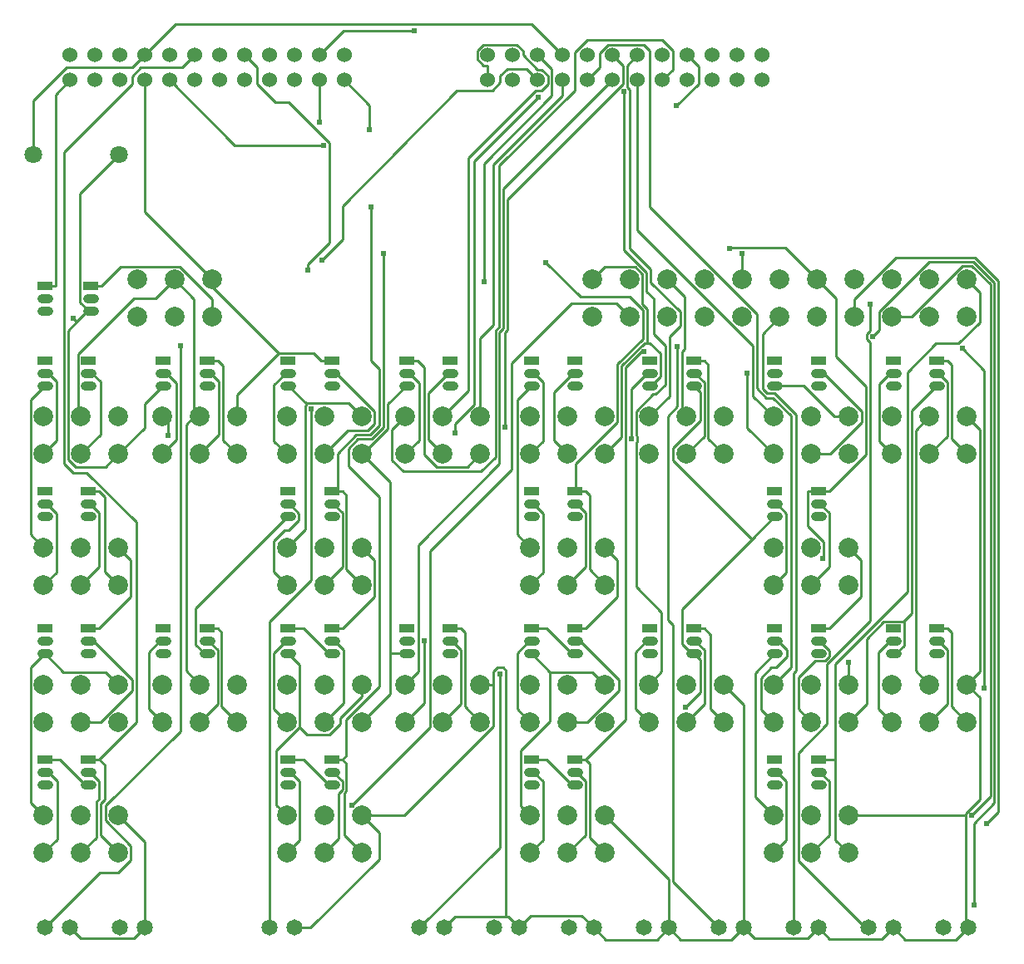
<source format=gbl>
G04 Layer: BottomLayer*
G04 EasyEDA v6.4.25, 2021-12-30T01:40:23+01:00*
G04 349a449686454aac8e9d9284578b31c7,bb3cfcbffc6840158e79d7648404357e,10*
G04 Gerber Generator version 0.2*
G04 Scale: 100 percent, Rotated: No, Reflected: No *
G04 Dimensions in millimeters *
G04 leading zeros omitted , absolute positions ,4 integer and 5 decimal *
%FSLAX45Y45*%
%MOMM*%

%ADD10C,0.2540*%
%ADD11C,0.6100*%
%ADD12C,1.6510*%
%ADD13C,1.8000*%
%ADD14C,1.5240*%
%ADD15R,1.6000X0.9000*%
%ADD16C,1.9990*%
%ADD17C,0.9000*%

%LPD*%
D10*
X4154931Y7310120D02*
G01*
X4366513Y7521447D01*
X4366513Y7855712D01*
X5527040Y9036050D01*
X5798820Y9036093D01*
X5888001Y9036093D01*
X5969000Y9124442D01*
X5969000Y9184894D01*
X6045454Y9260331D01*
X6233668Y9260331D01*
X6350000Y9144000D01*
X5384800Y5714992D02*
G01*
X5645937Y5976129D01*
X5645937Y8351436D01*
X6334175Y9039674D01*
X6393205Y9039674D01*
X6454317Y9100786D01*
X6454317Y9187197D01*
X6393205Y9248310D01*
X6348349Y9248310D01*
X6200317Y9396341D01*
X6200317Y9441197D01*
X6139205Y9502310D01*
X5798820Y9502310D01*
X5737682Y9441172D01*
X5737682Y9354812D01*
X5797410Y9291464D01*
X5842622Y9291464D01*
X5842000Y9271000D01*
X5842000Y9271000D01*
X5842000Y9271000D01*
X5842000Y9207500D01*
X5842000Y9144000D01*
X5842000Y9144000D01*
X5842000Y9143992D01*
X9131300Y1269992D02*
G01*
X9315627Y1454320D01*
X9315627Y2000750D01*
X9220885Y2095492D01*
X9207500Y2095492D01*
X8750300Y1269992D02*
G01*
X8879357Y1399049D01*
X8879357Y2000216D01*
X8784081Y2095492D01*
X8763000Y2095492D01*
X10337800Y2603492D02*
G01*
X10522127Y2787820D01*
X10522127Y3334250D01*
X10427385Y3428992D01*
X10414000Y3428992D01*
X9956800Y2603492D02*
G01*
X9821443Y2738848D01*
X9821443Y3315225D01*
X9935209Y3428992D01*
X9969500Y3428992D01*
X10414000Y3555992D02*
G01*
X10522127Y3555992D01*
X10718800Y2603492D02*
G01*
X10562996Y2759295D01*
X10562996Y3515123D01*
X10522127Y3555992D01*
X9131300Y2603492D02*
G01*
X9001836Y2732956D01*
X9001836Y3055891D01*
X9174810Y3228865D01*
X9272752Y3228865D01*
X9315602Y3271715D01*
X9315602Y3332269D01*
X9218879Y3428992D01*
X9207500Y3428992D01*
X9512300Y2984492D02*
G01*
X9512300Y3208342D01*
X8763000Y3301992D02*
G01*
X8565718Y3104710D01*
X8565718Y1835574D01*
X8750300Y1650992D01*
X8750300Y2603492D02*
G01*
X8621445Y2732346D01*
X8621445Y3054291D01*
X8730310Y3163155D01*
X8777782Y3163155D01*
X8886825Y3272198D01*
X8886825Y3340168D01*
X8798001Y3428992D01*
X8763000Y3428992D01*
X6731000Y2095492D02*
G01*
X6744385Y2095492D01*
X6839127Y2000750D01*
X6839127Y1454320D01*
X6654800Y1269992D01*
X6273800Y1269992D02*
G01*
X6402857Y1399049D01*
X6402857Y2000216D01*
X6307581Y2095492D01*
X6286500Y2095492D01*
X6731000Y1968492D02*
G01*
X6696176Y1968492D01*
X6442176Y2222492D01*
X6286500Y2222492D01*
X7861300Y2603492D02*
G01*
X8045627Y2787820D01*
X8045627Y3334250D01*
X7950885Y3428992D01*
X7937500Y3428992D01*
X7480300Y2603492D02*
G01*
X7344943Y2738848D01*
X7344943Y3315225D01*
X7458709Y3428992D01*
X7493000Y3428992D01*
X8242300Y2603492D02*
G01*
X8109026Y2736766D01*
X8109026Y3492593D01*
X8045627Y3555992D01*
X7937500Y3555992D02*
G01*
X8045627Y3555992D01*
X6654800Y2603492D02*
G01*
X6852970Y2603492D01*
X7173163Y2923684D01*
X7173163Y3036587D01*
X6780758Y3428992D01*
X6731000Y3428992D01*
X6475907Y3112584D02*
G01*
X6475907Y2612788D01*
X6175806Y2312687D01*
X6175806Y1748985D01*
X6273800Y1650992D01*
X7035800Y2984492D02*
G01*
X6907707Y3112584D01*
X6475907Y3112584D01*
X6475907Y3112584D02*
G01*
X6286500Y3301992D01*
X6273800Y2603492D02*
G01*
X6142304Y2734988D01*
X6142304Y3304887D01*
X6266408Y3428992D01*
X6286500Y3428992D01*
X6731000Y3301992D02*
G01*
X6696176Y3301992D01*
X6442176Y3555992D01*
X6286500Y3555992D01*
X4254500Y2095492D02*
G01*
X4267885Y2095492D01*
X4362627Y2000750D01*
X4362627Y1915279D01*
X4321784Y1874436D01*
X4321784Y1413476D01*
X4178300Y1269992D01*
X3797300Y1269992D02*
G01*
X3926357Y1399049D01*
X3926357Y2000216D01*
X3831081Y2095492D01*
X3810000Y2095492D01*
X4254500Y1968492D02*
G01*
X4219676Y1968492D01*
X3965676Y2222492D01*
X3810000Y2222492D01*
X5384800Y2603492D02*
G01*
X5569127Y2787820D01*
X5569127Y3334250D01*
X5474385Y3428992D01*
X5461000Y3428992D01*
X5003800Y2603492D02*
G01*
X5192877Y2792569D01*
X5192877Y3434072D01*
X5461000Y3555992D02*
G01*
X5569127Y3555992D01*
X5765800Y2603492D02*
G01*
X5609996Y2759295D01*
X5609996Y3515123D01*
X5569127Y3555992D01*
X4178300Y2603492D02*
G01*
X4373321Y2798513D01*
X4373321Y3336180D01*
X4280509Y3428992D01*
X4254500Y3428992D01*
X3926687Y2548780D02*
G01*
X4001922Y2473545D01*
X4229531Y2473545D01*
X4342206Y2586220D01*
X4342206Y2647840D01*
X4559300Y2864934D01*
X4559300Y2984492D01*
X3810000Y3301992D02*
G01*
X3926687Y3185304D01*
X3926687Y2548780D01*
X3926687Y2548780D02*
G01*
X3690391Y2312484D01*
X3690391Y1757900D01*
X3797300Y1650992D01*
X3797300Y2603492D02*
G01*
X3665804Y2734988D01*
X3665804Y3304887D01*
X3789908Y3428992D01*
X3810000Y3428992D01*
X4254500Y3301992D02*
G01*
X4219676Y3301992D01*
X3965676Y3555992D01*
X3810000Y3555992D01*
X1778000Y2095492D02*
G01*
X1791385Y2095492D01*
X1886127Y2000750D01*
X1886127Y1819495D01*
X1859178Y1792546D01*
X1859178Y1427370D01*
X1701800Y1269992D01*
X1320800Y1269992D02*
G01*
X1460982Y1410174D01*
X1460982Y2002680D01*
X1368170Y2095492D01*
X1333500Y2095492D01*
X1778000Y1968492D02*
G01*
X1743176Y1968492D01*
X1489176Y2222492D01*
X1333500Y2222492D01*
X2908300Y2603492D02*
G01*
X3092627Y2787820D01*
X3092627Y3334250D01*
X2997885Y3428992D01*
X2984500Y3428992D01*
X2527300Y2603492D02*
G01*
X2391943Y2738848D01*
X2391943Y3315225D01*
X2505709Y3428992D01*
X2540000Y3428992D01*
X2984500Y3555992D02*
G01*
X3092627Y3555992D01*
X3289300Y2603492D02*
G01*
X3133496Y2759295D01*
X3133496Y3515123D01*
X3092627Y3555992D01*
X1701800Y2603492D02*
G01*
X1899970Y2603492D01*
X2220163Y2923684D01*
X2220163Y3036587D01*
X1827758Y3428992D01*
X1778000Y3428992D01*
X1320800Y1650992D02*
G01*
X1188262Y1783529D01*
X1188262Y3156755D01*
X1333500Y3301992D01*
X2082800Y2984492D02*
G01*
X1954707Y3112584D01*
X1522907Y3112584D01*
X1333500Y3301992D01*
X9131300Y4000492D02*
G01*
X9315627Y4184820D01*
X9315627Y4731250D01*
X9220885Y4825992D01*
X9207500Y4825992D01*
X8750300Y4000492D02*
G01*
X8879357Y4129549D01*
X8879357Y4730716D01*
X8784081Y4825992D01*
X8763000Y4825992D01*
X10337800Y5333992D02*
G01*
X10522127Y5518320D01*
X10522127Y6064750D01*
X10427385Y6159492D01*
X10414000Y6159492D01*
X9956800Y5333992D02*
G01*
X9824847Y5465945D01*
X9824847Y6049129D01*
X9935209Y6159492D01*
X9969500Y6159492D01*
X10414000Y6286492D02*
G01*
X10522127Y6286492D01*
X10718800Y5333992D02*
G01*
X10562996Y5489795D01*
X10562996Y6245623D01*
X10522127Y6286492D01*
X9131300Y5333992D02*
G01*
X9329470Y5333992D01*
X9649663Y5654184D01*
X9649663Y5767087D01*
X9257258Y6159492D01*
X9207500Y6159492D01*
X9512300Y5714992D02*
G01*
X9371456Y5714992D01*
X9053956Y6032492D01*
X8763000Y6032492D01*
X8750300Y5333992D02*
G01*
X8482939Y5601352D01*
X8482939Y6159492D01*
X6654800Y4000492D02*
G01*
X6839127Y4184820D01*
X6839127Y4731250D01*
X6744385Y4825992D01*
X6731000Y4825992D01*
X6273800Y4000492D02*
G01*
X6402857Y4129549D01*
X6402857Y4730716D01*
X6307581Y4825992D01*
X6286500Y4825992D01*
X7861300Y5333992D02*
G01*
X8045627Y5518320D01*
X8045627Y6064750D01*
X7950885Y6159492D01*
X7937500Y6159492D01*
X7304404Y5486290D02*
G01*
X7304404Y5998811D01*
X7465085Y6159492D01*
X7493000Y6159492D01*
X7937500Y6286492D02*
G01*
X8045627Y6286492D01*
X8242300Y5333992D02*
G01*
X8086496Y5489795D01*
X8086496Y6245623D01*
X8045627Y6286492D01*
X6654800Y5333992D02*
G01*
X6513677Y5475114D01*
X6513677Y5963251D01*
X6709918Y6159492D01*
X6731000Y6159492D01*
X6273800Y4381492D02*
G01*
X6141262Y4514029D01*
X6141262Y5887255D01*
X6286500Y6032492D01*
X6273800Y5333992D02*
G01*
X6403111Y5463303D01*
X6403111Y6068001D01*
X6311620Y6159492D01*
X6286500Y6159492D01*
X4178300Y4000492D02*
G01*
X4362627Y4184820D01*
X4362627Y4731250D01*
X4267885Y4825992D01*
X4254500Y4825992D01*
X3797300Y4000492D02*
G01*
X3666134Y4131657D01*
X3666134Y4450783D01*
X3775506Y4560155D01*
X3818305Y4560155D01*
X3918889Y4660739D01*
X3918889Y4728557D01*
X3821455Y4825992D01*
X3810000Y4825992D01*
X5384800Y5333992D02*
G01*
X5238750Y5480042D01*
X5238750Y5958324D01*
X5439918Y6159492D01*
X5461000Y6159492D01*
X5016500Y6159492D02*
G01*
X5039664Y6159492D01*
X5141442Y6057714D01*
X5141442Y5471634D01*
X5003800Y5333992D01*
X5124627Y6286492D02*
G01*
X5197856Y6213264D01*
X5197856Y5323908D01*
X5320207Y5201556D01*
X5633364Y5201556D01*
X5765800Y5333992D01*
X5016500Y6286492D02*
G01*
X5124627Y6286492D01*
X4178300Y5333992D02*
G01*
X4418202Y5573895D01*
X4623968Y5573895D01*
X4690999Y5640925D01*
X4690999Y5770846D01*
X4302353Y6159492D01*
X4254500Y6159492D01*
X4559300Y5714992D02*
G01*
X4424578Y5849713D01*
X4006037Y5849713D01*
X3999407Y5843084D01*
X3810000Y6032492D02*
G01*
X3999407Y5843084D01*
X3999407Y5843084D02*
G01*
X3982440Y5826117D01*
X3982440Y4566632D01*
X3797300Y4381492D01*
X3797300Y5333992D02*
G01*
X3665804Y5465488D01*
X3665804Y6035387D01*
X3789908Y6159492D01*
X3810000Y6159492D01*
X1701800Y4000492D02*
G01*
X1886127Y4184820D01*
X1886127Y4731250D01*
X1791385Y4825992D01*
X1778000Y4825992D01*
X1320800Y4000492D02*
G01*
X1449857Y4129549D01*
X1449857Y4730716D01*
X1354581Y4825992D01*
X1333500Y4825992D01*
X2908300Y5333992D02*
G01*
X3106902Y5532594D01*
X3106902Y6071379D01*
X3018790Y6159492D01*
X2984500Y6159492D01*
X2527300Y5333992D02*
G01*
X2669844Y5476537D01*
X2669844Y6060076D01*
X2570429Y6159492D01*
X2540000Y6159492D01*
X3092627Y6286492D02*
G01*
X3147796Y6231323D01*
X3147796Y5475495D01*
X3289300Y5333992D01*
X2984500Y6286492D02*
G01*
X3092627Y6286492D01*
X1701800Y5333992D02*
G01*
X1898878Y5531070D01*
X1898878Y6072167D01*
X1811553Y6159492D01*
X1778000Y6159492D01*
X1320800Y4381492D02*
G01*
X1188262Y4514029D01*
X1188262Y5887255D01*
X1333500Y6032492D01*
X1320800Y5333992D02*
G01*
X1457223Y5470415D01*
X1457223Y6068915D01*
X1366646Y6159492D01*
X1333500Y6159492D01*
X1802892Y7047984D02*
G01*
X1911019Y7047984D01*
X1911019Y7047984D02*
G01*
X2107336Y7244300D01*
X2703144Y7244300D01*
X3035300Y6912145D01*
X3035300Y6730992D01*
X1333500Y7048492D02*
G01*
X1441627Y7048492D01*
X1441627Y7048492D02*
G01*
X1441627Y8998120D01*
X1587500Y9143992D01*
X9207500Y2222492D02*
G01*
X9315627Y2222492D01*
X9315627Y2222492D02*
G01*
X9382074Y2222492D01*
X9512300Y1269992D02*
G01*
X9382074Y1400218D01*
X9382074Y2222492D01*
X4169181Y8479045D02*
G01*
X3268446Y8479045D01*
X2603500Y9143992D01*
X10718800Y7111992D02*
G01*
X10848695Y6982096D01*
X10848695Y6672191D01*
X10635335Y6458831D01*
X10405795Y6458831D01*
X10113187Y6166223D01*
X10113187Y3927137D01*
X9382074Y3196023D01*
X9382074Y2222492D01*
X6731000Y2222492D02*
G01*
X6839127Y2222492D01*
X6839127Y2222492D02*
G01*
X6882511Y2179109D01*
X6882511Y1423281D01*
X7035800Y1269992D01*
X7434199Y6378110D02*
G01*
X7405293Y6378110D01*
X7245781Y6218598D01*
X7245781Y2629146D01*
X6839127Y2222492D01*
X4254500Y2222492D02*
G01*
X4362627Y2222492D01*
X4362627Y2222492D02*
G01*
X4403496Y2181623D01*
X4403496Y1898337D01*
X4383049Y1877890D01*
X4383049Y1446242D01*
X4559300Y1269992D01*
X4362627Y2222492D02*
G01*
X4403470Y2263335D01*
X4403470Y2630492D01*
X4737557Y2964578D01*
X4737557Y4892337D01*
X4423968Y5205925D01*
X4423968Y5390253D01*
X4521911Y5488195D01*
X4663211Y5488195D01*
X4783302Y5608286D01*
X4783302Y7380470D01*
X1778000Y2222492D02*
G01*
X1886127Y2222492D01*
X2082800Y1269992D02*
G01*
X1900046Y1452745D01*
X1900046Y1775604D01*
X1940915Y1816473D01*
X1940915Y2167704D01*
X1886127Y2222492D01*
X1886127Y2222492D02*
G01*
X2262657Y2599021D01*
X2262657Y4638413D01*
X1762226Y5138844D01*
X1623009Y5138844D01*
X1527555Y5234297D01*
X1527555Y8411837D01*
X2222500Y9106781D01*
X2222500Y9183692D01*
X2309799Y9270992D01*
X2730500Y9270992D01*
X2857500Y9397992D01*
X9207500Y4952992D02*
G01*
X9315627Y4952992D01*
X9099372Y4952992D02*
G01*
X9099372Y4599348D01*
X9259900Y4438820D01*
X9259900Y4278774D01*
X9254134Y4273008D01*
X9207500Y4952992D02*
G01*
X9099372Y4952992D01*
X9194800Y7111992D02*
G01*
X9385300Y6921492D01*
X9385300Y6328910D01*
X9693706Y6020503D01*
X9693706Y5331071D01*
X9315627Y4952992D01*
X9194800Y7111992D02*
G01*
X8867698Y7439093D01*
X8321675Y7439093D01*
X8306587Y7424005D01*
X7035800Y4000492D02*
G01*
X6879996Y4156295D01*
X6879996Y4912123D01*
X6839127Y4952992D01*
X6731000Y4952992D02*
G01*
X6739763Y4952992D01*
X6739763Y4952992D02*
G01*
X6839127Y4952992D01*
X6436106Y7284940D02*
G01*
X6788658Y6932388D01*
X7286370Y6932388D01*
X7418374Y6800385D01*
X7418374Y6506811D01*
X7163866Y6252303D01*
X7163866Y5661957D01*
X6739763Y5237853D01*
X6739763Y4952992D01*
X8432800Y7111992D02*
G01*
X8432800Y7380444D01*
X4559300Y4000492D02*
G01*
X4403496Y4156295D01*
X4403496Y4912123D01*
X4362627Y4952992D01*
X4254500Y4952992D02*
G01*
X4313224Y4952992D01*
X4313224Y4952992D02*
G01*
X4362627Y4952992D01*
X4313224Y4952992D02*
G01*
X4313224Y5337345D01*
X4504943Y5529064D01*
X4646269Y5529064D01*
X4742434Y5625228D01*
X4742434Y6197439D01*
X4656963Y6282910D01*
X4656963Y7852529D01*
X1778000Y4952992D02*
G01*
X1886127Y4952992D01*
X1886127Y4952992D02*
G01*
X1946478Y4892641D01*
X1946478Y4136814D01*
X2082800Y4000492D01*
X3365500Y9397992D02*
G01*
X3492500Y9270992D01*
X3492500Y9106400D01*
X3677056Y8921843D01*
X3813429Y8921843D01*
X4229430Y8505842D01*
X4229430Y7489360D01*
X4007840Y7267770D01*
X4007840Y7209960D01*
X2854502Y5714992D02*
G01*
X2908300Y5714992D01*
X2854502Y5714992D02*
G01*
X2854502Y6911789D01*
X2654300Y7111992D01*
X1701800Y5714992D02*
G01*
X1669846Y5746945D01*
X1669846Y6351541D01*
X2239797Y6921492D01*
X2463800Y6921492D01*
X2654300Y7111992D01*
X10337800Y2984492D02*
G01*
X10199877Y3122414D01*
X10199877Y5577070D01*
X10337800Y5714992D01*
X2908300Y2984492D02*
G01*
X2770377Y3122414D01*
X2770377Y5630867D01*
X2854502Y5714992D01*
X7861300Y5714992D02*
G01*
X7820990Y5755302D01*
X7820990Y6375773D01*
X7848091Y6402875D01*
X7848091Y6934700D01*
X7670800Y7111992D01*
X5803823Y7088471D02*
G01*
X5803823Y8294870D01*
X6495186Y8986232D01*
X6495186Y9252805D01*
X6350000Y9397992D01*
X6858000Y9143992D02*
G01*
X6985000Y9270992D01*
X6985000Y9419277D01*
X7069734Y9504011D01*
X7429982Y9504011D01*
X7493000Y9440994D01*
X7493000Y7851945D01*
X8582456Y6762488D01*
X8582456Y6001428D01*
X8678722Y5905162D01*
X8745118Y5905162D01*
X8927718Y5722561D01*
X8927718Y3161911D01*
X8750300Y2984492D01*
X7480300Y2984492D02*
G01*
X7611084Y3115276D01*
X7611084Y3719873D01*
X7350734Y3980223D01*
X7350734Y5449689D01*
X7363028Y5461982D01*
X7363028Y5510598D01*
X7350734Y5522892D01*
X7350734Y5770516D01*
X7526096Y5945878D01*
X7551826Y5945878D01*
X7649083Y6043134D01*
X7649083Y6437215D01*
X7533436Y6552862D01*
X7533436Y6916793D01*
X7458735Y6991494D01*
X7458735Y7181943D01*
X7226503Y7414176D01*
X7226477Y7414176D01*
X7226477Y9023316D01*
X7225918Y9023875D01*
X5003800Y2984492D02*
G01*
X5134254Y3114946D01*
X5134254Y4408162D01*
X5961710Y5235618D01*
X5961710Y6574858D01*
X6002578Y6615727D01*
X6002578Y8034571D01*
X7112000Y9143992D01*
X7112000Y9397992D02*
G01*
X7219137Y9290855D01*
X7219137Y9099999D01*
X6043447Y7924309D01*
X6043447Y6598785D01*
X6020358Y6575696D01*
X6020358Y5609175D01*
X7366000Y9143992D02*
G01*
X7366000Y7616664D01*
X8541588Y6441076D01*
X8541588Y5923704D01*
X8750300Y5714992D01*
X7480300Y5714992D02*
G01*
X7689977Y5924669D01*
X7689977Y6533202D01*
X7800568Y6643794D01*
X7800568Y6782376D01*
X7499604Y7083341D01*
X7499604Y7215776D01*
X7284542Y7430838D01*
X7284542Y9048183D01*
X7260031Y9072694D01*
X7260031Y9292023D01*
X7366000Y9397992D01*
X5003800Y5714992D02*
G01*
X4867986Y5579178D01*
X4867986Y5271838D01*
X4982108Y5157716D01*
X5773165Y5157716D01*
X5920841Y5305391D01*
X5920841Y6591800D01*
X5961684Y6632643D01*
X5961684Y8270333D01*
X6731000Y9039649D01*
X6731000Y9424052D01*
X6859346Y9552398D01*
X7617866Y9552398D01*
X7727238Y9443026D01*
X7727238Y9251231D01*
X7620000Y9143992D01*
X2527300Y5714992D02*
G01*
X2590215Y5652076D01*
X2590215Y5523755D01*
X5510174Y5551009D02*
G01*
X5510174Y5640494D01*
X5707227Y5837547D01*
X5707227Y8317527D01*
X6354927Y8965227D01*
X7874000Y9397992D02*
G01*
X7988934Y9283057D01*
X7988934Y9108203D01*
X7764221Y8883489D01*
X4127500Y9143992D02*
G01*
X4127500Y8710744D01*
X4127500Y9397992D02*
G01*
X4377613Y9648106D01*
X5094782Y9648106D01*
X4381500Y9143992D02*
G01*
X4640579Y8884912D01*
X4640579Y8635865D01*
X10070211Y3629144D02*
G01*
X10154056Y3712989D01*
X10154056Y5772548D01*
X10414000Y6032492D01*
X9512300Y2603492D02*
G01*
X9695992Y2787185D01*
X9695992Y3452106D01*
X9873030Y3629144D01*
X10070211Y3629144D01*
X10070211Y3629144D02*
G01*
X10077653Y3621702D01*
X10077653Y3382764D01*
X9996881Y3301992D01*
X9969500Y3301992D01*
X4848174Y3301992D02*
G01*
X5016500Y3301992D01*
X4559300Y2603492D02*
G01*
X4848174Y2892366D01*
X4848174Y3301992D01*
X4848174Y3301992D02*
G01*
X4848174Y5045118D01*
X4559300Y5333992D01*
X2984500Y3301992D02*
G01*
X2959125Y3301992D01*
X2868802Y3392314D01*
X2868802Y3757795D01*
X3810000Y4698992D01*
X8528634Y4464626D02*
G01*
X7724470Y5268790D01*
X7724470Y5396984D01*
X8004733Y5677247D01*
X8004733Y5965258D01*
X7937500Y6032492D01*
X7937500Y3301992D02*
G01*
X7912150Y3301992D01*
X7819542Y3394600D01*
X7819542Y3755534D01*
X8528634Y4464626D01*
X8528634Y4464626D02*
G01*
X8763000Y4698992D01*
X7937500Y3301992D02*
G01*
X8004733Y3234758D01*
X8004733Y2903644D01*
X7852232Y2751142D01*
X2540000Y6032492D02*
G01*
X2350592Y5843084D01*
X2350592Y5601784D01*
X2082800Y5333992D01*
X4559300Y5333992D02*
G01*
X4566818Y5333992D01*
X4827092Y5594266D01*
X4827092Y5843084D01*
X5016500Y6032492D01*
X6908800Y7111992D02*
G01*
X7036866Y7240059D01*
X7342835Y7240059D01*
X7417866Y7165027D01*
X7417866Y6858703D01*
X7464221Y6812348D01*
X7464221Y6466552D01*
X7493000Y6032492D02*
G01*
X7506411Y6032492D01*
X7601153Y6127234D01*
X7601153Y6359136D01*
X7493736Y6466552D01*
X7464221Y6466552D01*
X7464221Y6466552D02*
G01*
X7435926Y6466552D01*
X7204735Y6235362D01*
X7204735Y5502927D01*
X7035800Y5333992D01*
X2082800Y5333992D02*
G01*
X1952828Y5204020D01*
X1644878Y5204020D01*
X1568450Y5280449D01*
X1568450Y6591724D01*
X1660880Y6684154D01*
X1660880Y6684154D02*
G01*
X1624939Y6720095D01*
X1775840Y6799115D02*
G01*
X1660880Y6684154D01*
X1802892Y6793984D02*
G01*
X1780971Y6793984D01*
X1775840Y6799115D01*
X1775840Y6799115D02*
G01*
X1694281Y6880674D01*
X1694281Y7990273D01*
X2086000Y8381992D01*
X2349500Y9397992D02*
G01*
X2222500Y9270992D01*
X1554581Y9270992D01*
X1215999Y8932410D01*
X1215999Y8381992D01*
X6604000Y9397992D02*
G01*
X6288100Y9713892D01*
X2665399Y9713892D01*
X2349500Y9397992D01*
X5962268Y3095134D02*
G01*
X5962268Y1326761D01*
X5143500Y507992D01*
X10671454Y6412069D02*
G01*
X10897361Y6186162D01*
X10897361Y2951802D01*
X10764240Y1649671D02*
G01*
X10958677Y1844108D01*
X10958677Y7060354D01*
X10770260Y7248771D01*
X10674426Y7248771D01*
X10156647Y6730992D01*
X9956800Y6730992D01*
X10917809Y1567858D02*
G01*
X11040414Y1690463D01*
X11040414Y7094237D01*
X10804143Y7330508D01*
X9994188Y7330508D01*
X9575800Y6912119D01*
X9575800Y6730992D01*
X8191500Y507992D02*
G01*
X7724520Y974971D01*
X7724520Y3589748D01*
X7672349Y3641920D01*
X7672349Y5718522D01*
X7771739Y5817913D01*
X7771739Y6427563D01*
X8813800Y6730992D02*
G01*
X8641410Y6558602D01*
X8641410Y6000285D01*
X8686469Y5955225D01*
X8763025Y5955225D01*
X8981414Y5736836D01*
X8981414Y3128891D01*
X8953500Y3100976D01*
X8953500Y507992D01*
X9734575Y6863935D02*
G01*
X9734575Y6588752D01*
X9698532Y6552709D01*
X9698532Y6503738D01*
X9734575Y6467695D01*
X9734575Y3632878D01*
X9295206Y3193508D01*
X9295206Y2581419D01*
X9002115Y2288329D01*
X9002115Y1190642D01*
X9684765Y507992D01*
X9715500Y507992D01*
X10794314Y736871D02*
G01*
X10794314Y1572531D01*
X10999546Y1777763D01*
X10999546Y7077295D01*
X10787202Y7289639D01*
X10334320Y7289639D01*
X9827437Y6782757D01*
X9827437Y6598709D01*
X9757156Y6528427D01*
X1333500Y507992D02*
G01*
X1897303Y1071796D01*
X2083993Y1071796D01*
X2210892Y1198694D01*
X2210892Y1341747D01*
X1953844Y1598795D01*
X1953844Y1751119D01*
X2711754Y2509029D01*
X2711754Y6437800D01*
X4042994Y5791090D02*
G01*
X4042994Y4053375D01*
X3619500Y3629880D01*
X3619500Y507992D01*
X7035800Y1650992D02*
G01*
X7683500Y1003292D01*
X7683500Y507992D01*
X8242300Y2984492D02*
G01*
X8445500Y2781292D01*
X8445500Y507992D01*
X2082800Y1650992D02*
G01*
X2349500Y1384292D01*
X2349500Y507992D01*
X9512300Y4381492D02*
G01*
X9640544Y4253247D01*
X9640544Y3880909D01*
X9315627Y3555992D01*
X9207500Y3555992D02*
G01*
X9315627Y3555992D01*
X7035800Y4381492D02*
G01*
X7164044Y4253247D01*
X7164044Y3880909D01*
X6839127Y3555992D01*
X6731000Y3555992D02*
G01*
X6839127Y3555992D01*
X4559300Y4381492D02*
G01*
X4687544Y4253247D01*
X4687544Y3880909D01*
X4362627Y3555992D01*
X4254500Y3555992D02*
G01*
X4362627Y3555992D01*
X2082800Y4381492D02*
G01*
X2211044Y4253247D01*
X2211044Y3880909D01*
X1886127Y3555992D01*
X1778000Y3555992D02*
G01*
X1886127Y3555992D01*
X4254500Y6286492D02*
G01*
X4146372Y6286492D01*
X3035300Y7111992D02*
G01*
X3035300Y7038129D01*
X3713810Y6359618D01*
X3289300Y5714992D02*
G01*
X3289300Y5935108D01*
X3713810Y6359618D01*
X3713810Y6359618D02*
G01*
X4073245Y6359618D01*
X4146372Y6286492D01*
X2349500Y9143992D02*
G01*
X2349500Y7797792D01*
X3035300Y7111992D01*
X5900597Y2984492D02*
G01*
X5900597Y2555384D01*
X4996205Y1650992D01*
X4559300Y1650992D01*
X5900597Y2984492D02*
G01*
X5765800Y2984492D01*
X7683500Y507992D02*
G01*
X7806385Y385107D01*
X8322614Y385107D01*
X8445500Y507992D01*
X7683500Y507992D02*
G01*
X7562392Y386885D01*
X7042607Y386885D01*
X6921500Y507992D01*
X6921500Y507992D02*
G01*
X6798970Y630521D01*
X6282029Y630521D01*
X6159500Y507992D01*
X9207500Y507992D02*
G01*
X9096806Y397299D01*
X8556193Y397299D01*
X8445500Y507992D01*
X1587500Y507992D02*
G01*
X1698193Y397299D01*
X2238806Y397299D01*
X2349500Y507992D01*
X3873500Y507992D02*
G01*
X4037965Y507992D01*
X4734890Y1204917D01*
X4734890Y1475402D01*
X4559300Y1650992D01*
X10731500Y507992D02*
G01*
X10607954Y384446D01*
X10093045Y384446D01*
X9969500Y507992D01*
X9969500Y507992D02*
G01*
X9856139Y394632D01*
X9320860Y394632D01*
X9207500Y507992D01*
X5765800Y5714992D02*
G01*
X5765800Y6514965D01*
X5900420Y6649585D01*
X5900420Y8279808D01*
X6604000Y8983388D01*
X6604000Y9143992D01*
X5900597Y2984492D02*
G01*
X5900597Y3116343D01*
X5940933Y3156678D01*
X5998692Y3156678D01*
X6027597Y3127773D01*
X6027597Y619396D01*
X5397500Y507992D02*
G01*
X5508904Y619396D01*
X6027597Y619396D01*
X6027597Y619396D02*
G01*
X6048095Y619396D01*
X6159500Y507992D01*
X9512300Y1650992D02*
G01*
X10705617Y1650992D01*
X10718800Y2984492D02*
G01*
X10848898Y2854393D01*
X10848898Y1817235D01*
X10705617Y1673953D01*
X10705617Y1650992D01*
X10705617Y1650992D02*
G01*
X10705617Y533874D01*
X10731500Y507992D01*
X10718800Y5714992D02*
G01*
X10848847Y5584944D01*
X10848847Y3114540D01*
X10718800Y2984492D01*
X4459274Y1757697D02*
G01*
X5251500Y2549923D01*
X5251500Y4347786D01*
X6082436Y5178722D01*
X6082436Y6256240D01*
X6695135Y6868939D01*
X7151852Y6868939D01*
X7289800Y6730992D01*
D12*
G01*
X2095500Y508000D03*
G01*
X2349500Y508000D03*
G01*
X3619500Y508000D03*
G01*
X3873500Y508000D03*
G01*
X1333500Y508000D03*
G01*
X1587500Y508000D03*
G01*
X10477500Y508000D03*
G01*
X10731500Y508000D03*
G01*
X9715500Y508000D03*
G01*
X9969500Y508000D03*
G01*
X8953500Y508000D03*
G01*
X9207500Y508000D03*
G01*
X8191500Y508000D03*
G01*
X8445500Y508000D03*
G01*
X7429500Y508000D03*
G01*
X7683500Y508000D03*
G01*
X6667500Y508000D03*
G01*
X6921500Y508000D03*
G01*
X5905500Y508000D03*
G01*
X6159500Y508000D03*
G01*
X5143500Y508000D03*
G01*
X5397500Y508000D03*
D13*
G01*
X1215999Y8382000D03*
G01*
X2086000Y8382000D03*
D14*
G01*
X8636000Y9398000D03*
G01*
X8636000Y9144000D03*
G01*
X8382000Y9398000D03*
G01*
X8382000Y9144000D03*
G01*
X8128000Y9398000D03*
G01*
X8128000Y9144000D03*
G01*
X7874000Y9398000D03*
G01*
X7874000Y9144000D03*
G01*
X7620000Y9398000D03*
G01*
X7620000Y9144000D03*
G01*
X7366000Y9398000D03*
G01*
X7366000Y9144000D03*
G01*
X7112000Y9398000D03*
G01*
X7112000Y9144000D03*
G01*
X6858000Y9398000D03*
G01*
X6858000Y9144000D03*
G01*
X6604000Y9398000D03*
G01*
X6604000Y9144000D03*
G01*
X6350000Y9398000D03*
G01*
X6350000Y9144000D03*
G01*
X6096000Y9398000D03*
G01*
X6096000Y9144000D03*
G01*
X5842000Y9398000D03*
G01*
X5842000Y9144000D03*
G01*
X4381500Y9398000D03*
G01*
X4381500Y9144000D03*
G01*
X4127500Y9398000D03*
G01*
X4127500Y9144000D03*
G01*
X3873500Y9398000D03*
G01*
X3873500Y9144000D03*
G01*
X3619500Y9398000D03*
G01*
X3619500Y9144000D03*
G01*
X3365500Y9398000D03*
G01*
X3365500Y9144000D03*
G01*
X3111500Y9398000D03*
G01*
X3111500Y9144000D03*
G01*
X2857500Y9398000D03*
G01*
X2857500Y9144000D03*
G01*
X2603500Y9398000D03*
G01*
X2603500Y9144000D03*
G01*
X2349500Y9398000D03*
G01*
X2349500Y9144000D03*
G01*
X2095500Y9398000D03*
G01*
X2095500Y9144000D03*
G01*
X1841500Y9398000D03*
G01*
X1841500Y9144000D03*
G01*
X1587500Y9398000D03*
G01*
X1587500Y9144000D03*
D15*
G01*
X1333500Y7048500D03*
G01*
X1802892Y7047992D03*
G01*
X1333500Y6286500D03*
G01*
X1778000Y6286500D03*
G01*
X2540000Y6286500D03*
G01*
X2984500Y6286500D03*
G01*
X1333500Y4953000D03*
G01*
X1778000Y4953000D03*
G01*
X3810000Y6286500D03*
G01*
X4254500Y6286500D03*
G01*
X5016500Y6286500D03*
G01*
X5461000Y6286500D03*
G01*
X3810000Y4953000D03*
G01*
X4254500Y4953000D03*
G01*
X6286500Y6286500D03*
G01*
X6731000Y6286500D03*
G01*
X7493000Y6286500D03*
G01*
X7937500Y6286500D03*
G01*
X6286500Y4953000D03*
G01*
X6731000Y4953000D03*
G01*
X8763000Y6286500D03*
G01*
X9207500Y6286500D03*
G01*
X9969500Y6286500D03*
G01*
X10414000Y6286500D03*
G01*
X8763000Y4953000D03*
G01*
X9207500Y4953000D03*
G01*
X1333500Y3556000D03*
G01*
X1778000Y3556000D03*
G01*
X2540000Y3556000D03*
G01*
X2984500Y3556000D03*
G01*
X1333500Y2222500D03*
G01*
X1778000Y2222500D03*
G01*
X3810000Y3556000D03*
G01*
X4254500Y3556000D03*
G01*
X5016500Y3556000D03*
G01*
X5461000Y3556000D03*
G01*
X3810000Y2222500D03*
G01*
X4254500Y2222500D03*
G01*
X6286500Y3556000D03*
G01*
X6731000Y3556000D03*
G01*
X7493000Y3556000D03*
G01*
X7937500Y3556000D03*
G01*
X6286500Y2222500D03*
G01*
X6731000Y2222500D03*
G01*
X8763000Y3556000D03*
G01*
X9207500Y3556000D03*
G01*
X9969500Y3556000D03*
G01*
X10414000Y3556000D03*
G01*
X8763000Y2222500D03*
G01*
X9207500Y2222500D03*
D16*
G01*
X6908800Y7112000D03*
G01*
X6908800Y6731000D03*
G01*
X7289800Y7112000D03*
G01*
X7289800Y6731000D03*
G01*
X7670800Y7112000D03*
G01*
X7670800Y6731000D03*
G01*
X8051800Y7112000D03*
G01*
X8051800Y6731000D03*
G01*
X8432800Y7112000D03*
G01*
X8432800Y6731000D03*
G01*
X8813800Y7112000D03*
G01*
X8813800Y6731000D03*
G01*
X9194800Y7112000D03*
G01*
X9194800Y6731000D03*
G01*
X9575800Y7112000D03*
G01*
X9575800Y6731000D03*
G01*
X9956800Y7112000D03*
G01*
X9956800Y6731000D03*
G01*
X10337800Y7112000D03*
G01*
X10337800Y6731000D03*
G01*
X10718800Y7112000D03*
G01*
X10718800Y6731000D03*
G01*
X2273300Y7112000D03*
G01*
X2273300Y6731000D03*
G01*
X2654300Y7112000D03*
G01*
X2654300Y6731000D03*
G01*
X3035300Y7112000D03*
G01*
X3035300Y6731000D03*
G01*
X1320800Y5715000D03*
G01*
X1320800Y5334000D03*
G01*
X1701800Y5715000D03*
G01*
X1701800Y5334000D03*
G01*
X2082800Y5715000D03*
G01*
X2082800Y5334000D03*
G01*
X2527300Y5715000D03*
G01*
X2527300Y5334000D03*
G01*
X2908300Y5715000D03*
G01*
X2908300Y5334000D03*
G01*
X3289300Y5715000D03*
G01*
X3289300Y5334000D03*
G01*
X1320800Y4381500D03*
G01*
X1320800Y4000500D03*
G01*
X1701800Y4381500D03*
G01*
X1701800Y4000500D03*
G01*
X2082800Y4381500D03*
G01*
X2082800Y4000500D03*
G01*
X3797300Y5715000D03*
G01*
X3797300Y5334000D03*
G01*
X4178300Y5715000D03*
G01*
X4178300Y5334000D03*
G01*
X4559300Y5715000D03*
G01*
X4559300Y5334000D03*
G01*
X5003800Y5715000D03*
G01*
X5003800Y5334000D03*
G01*
X5384800Y5715000D03*
G01*
X5384800Y5334000D03*
G01*
X5765800Y5715000D03*
G01*
X5765800Y5334000D03*
G01*
X3797300Y4381500D03*
G01*
X3797300Y4000500D03*
G01*
X4178300Y4381500D03*
G01*
X4178300Y4000500D03*
G01*
X4559300Y4381500D03*
G01*
X4559300Y4000500D03*
G01*
X6273800Y5715000D03*
G01*
X6273800Y5334000D03*
G01*
X6654800Y5715000D03*
G01*
X6654800Y5334000D03*
G01*
X7035800Y5715000D03*
G01*
X7035800Y5334000D03*
G01*
X7480300Y5715000D03*
G01*
X7480300Y5334000D03*
G01*
X7861300Y5715000D03*
G01*
X7861300Y5334000D03*
G01*
X8242300Y5715000D03*
G01*
X8242300Y5334000D03*
G01*
X6273800Y4381500D03*
G01*
X6273800Y4000500D03*
G01*
X6654800Y4381500D03*
G01*
X6654800Y4000500D03*
G01*
X7035800Y4381500D03*
G01*
X7035800Y4000500D03*
G01*
X8750300Y5715000D03*
G01*
X8750300Y5334000D03*
G01*
X9131300Y5715000D03*
G01*
X9131300Y5334000D03*
G01*
X9512300Y5715000D03*
G01*
X9512300Y5334000D03*
G01*
X9956800Y5715000D03*
G01*
X9956800Y5334000D03*
G01*
X10337800Y5715000D03*
G01*
X10337800Y5334000D03*
G01*
X10718800Y5715000D03*
G01*
X10718800Y5334000D03*
G01*
X8750300Y4381500D03*
G01*
X8750300Y4000500D03*
G01*
X9131300Y4381500D03*
G01*
X9131300Y4000500D03*
G01*
X9512300Y4381500D03*
G01*
X9512300Y4000500D03*
G01*
X1320800Y2984500D03*
G01*
X1320800Y2603500D03*
G01*
X1701800Y2984500D03*
G01*
X1701800Y2603500D03*
G01*
X2082800Y2984500D03*
G01*
X2082800Y2603500D03*
G01*
X2527300Y2984500D03*
G01*
X2527300Y2603500D03*
G01*
X2908300Y2984500D03*
G01*
X2908300Y2603500D03*
G01*
X3289300Y2984500D03*
G01*
X3289300Y2603500D03*
G01*
X1320800Y1651000D03*
G01*
X1320800Y1270000D03*
G01*
X1701800Y1651000D03*
G01*
X1701800Y1270000D03*
G01*
X2082800Y1651000D03*
G01*
X2082800Y1270000D03*
G01*
X3797300Y2984500D03*
G01*
X3797300Y2603500D03*
G01*
X4178300Y2984500D03*
G01*
X4178300Y2603500D03*
G01*
X4559300Y2984500D03*
G01*
X4559300Y2603500D03*
G01*
X5003800Y2984500D03*
G01*
X5003800Y2603500D03*
G01*
X5384800Y2984500D03*
G01*
X5384800Y2603500D03*
G01*
X5765800Y2984500D03*
G01*
X5765800Y2603500D03*
G01*
X3797300Y1651000D03*
G01*
X3797300Y1270000D03*
G01*
X4178300Y1651000D03*
G01*
X4178300Y1270000D03*
G01*
X4559300Y1651000D03*
G01*
X4559300Y1270000D03*
G01*
X6273800Y2984500D03*
G01*
X6273800Y2603500D03*
G01*
X6654800Y2984500D03*
G01*
X6654800Y2603500D03*
G01*
X7035800Y2984500D03*
G01*
X7035800Y2603500D03*
G01*
X7480300Y2984500D03*
G01*
X7480300Y2603500D03*
G01*
X7861300Y2984500D03*
G01*
X7861300Y2603500D03*
G01*
X8242300Y2984500D03*
G01*
X8242300Y2603500D03*
G01*
X6273800Y1651000D03*
G01*
X6273800Y1270000D03*
G01*
X6654800Y1651000D03*
G01*
X6654800Y1270000D03*
G01*
X7035800Y1651000D03*
G01*
X7035800Y1270000D03*
G01*
X8750300Y2984500D03*
G01*
X8750300Y2603500D03*
G01*
X9131300Y2984500D03*
G01*
X9131300Y2603500D03*
G01*
X9512300Y2984500D03*
G01*
X9512300Y2603500D03*
G01*
X9956800Y2984500D03*
G01*
X9956800Y2603500D03*
G01*
X10337800Y2984500D03*
G01*
X10337800Y2603500D03*
G01*
X10718800Y2984500D03*
G01*
X10718800Y2603500D03*
G01*
X8750300Y1651000D03*
G01*
X8750300Y1270000D03*
G01*
X9131300Y1651000D03*
G01*
X9131300Y1270000D03*
G01*
X9512300Y1651000D03*
G01*
X9512300Y1270000D03*
D11*
G01*
X4459274Y1757697D03*
G01*
X4042994Y5791090D03*
G01*
X2711754Y6437800D03*
G01*
X10794314Y736871D03*
G01*
X9757156Y6528427D03*
G01*
X9734575Y6863935D03*
G01*
X7771739Y6427563D03*
G01*
X10917809Y1567858D03*
G01*
X10764240Y1649671D03*
G01*
X10897361Y2951802D03*
G01*
X10671454Y6412069D03*
G01*
X5962268Y3095134D03*
G01*
X1624939Y6720095D03*
G01*
X7852232Y2751142D03*
G01*
X4640579Y8635865D03*
G01*
X5094782Y9648106D03*
G01*
X4127500Y8710744D03*
G01*
X7764221Y8883489D03*
G01*
X6354927Y8965227D03*
G01*
X5510174Y5551009D03*
G01*
X2590215Y5523755D03*
G01*
X6020358Y5609175D03*
G01*
X7225918Y9023875D03*
G01*
X5803823Y7088471D03*
G01*
X4155059Y7310086D03*
G01*
X4007840Y7209960D03*
G01*
X4656963Y7852529D03*
G01*
X8432800Y7380444D03*
G01*
X6436106Y7284940D03*
G01*
X9254134Y4273008D03*
G01*
X8306587Y7424005D03*
G01*
X4783302Y7380470D03*
G01*
X7434199Y6378110D03*
G01*
X4169181Y8479045D03*
G01*
X7304404Y5486290D03*
G01*
X8482939Y6159492D03*
G01*
X5192877Y3434072D03*
G01*
X9512300Y3208342D03*
D17*
X1368498Y6921500D02*
G01*
X1298498Y6921500D01*
X1368498Y6794500D02*
G01*
X1298498Y6794500D01*
X1837890Y6920992D02*
G01*
X1767890Y6920992D01*
X1837890Y6793992D02*
G01*
X1767890Y6793992D01*
X1368498Y6159500D02*
G01*
X1298498Y6159500D01*
X1368498Y6032500D02*
G01*
X1298498Y6032500D01*
X1812998Y6159500D02*
G01*
X1742998Y6159500D01*
X1812998Y6032500D02*
G01*
X1742998Y6032500D01*
X2574998Y6159500D02*
G01*
X2504998Y6159500D01*
X2574998Y6032500D02*
G01*
X2504998Y6032500D01*
X3019498Y6159500D02*
G01*
X2949498Y6159500D01*
X3019498Y6032500D02*
G01*
X2949498Y6032500D01*
X1368498Y4826000D02*
G01*
X1298498Y4826000D01*
X1368498Y4699000D02*
G01*
X1298498Y4699000D01*
X1812998Y4826000D02*
G01*
X1742998Y4826000D01*
X1812998Y4699000D02*
G01*
X1742998Y4699000D01*
X3844998Y6159500D02*
G01*
X3774998Y6159500D01*
X3844998Y6032500D02*
G01*
X3774998Y6032500D01*
X4289498Y6159500D02*
G01*
X4219498Y6159500D01*
X4289498Y6032500D02*
G01*
X4219498Y6032500D01*
X5051498Y6159500D02*
G01*
X4981498Y6159500D01*
X5051498Y6032500D02*
G01*
X4981498Y6032500D01*
X5495998Y6159500D02*
G01*
X5425998Y6159500D01*
X5495998Y6032500D02*
G01*
X5425998Y6032500D01*
X3844998Y4826000D02*
G01*
X3774998Y4826000D01*
X3844998Y4699000D02*
G01*
X3774998Y4699000D01*
X4289498Y4826000D02*
G01*
X4219498Y4826000D01*
X4289498Y4699000D02*
G01*
X4219498Y4699000D01*
X6321498Y6159500D02*
G01*
X6251498Y6159500D01*
X6321498Y6032500D02*
G01*
X6251498Y6032500D01*
X6765998Y6159500D02*
G01*
X6695998Y6159500D01*
X6765998Y6032500D02*
G01*
X6695998Y6032500D01*
X7527998Y6159500D02*
G01*
X7457998Y6159500D01*
X7527998Y6032500D02*
G01*
X7457998Y6032500D01*
X7972498Y6159500D02*
G01*
X7902498Y6159500D01*
X7972498Y6032500D02*
G01*
X7902498Y6032500D01*
X6321498Y4826000D02*
G01*
X6251498Y4826000D01*
X6321498Y4699000D02*
G01*
X6251498Y4699000D01*
X6765998Y4826000D02*
G01*
X6695998Y4826000D01*
X6765998Y4699000D02*
G01*
X6695998Y4699000D01*
X8797998Y6159500D02*
G01*
X8727998Y6159500D01*
X8797998Y6032500D02*
G01*
X8727998Y6032500D01*
X9242498Y6159500D02*
G01*
X9172498Y6159500D01*
X9242498Y6032500D02*
G01*
X9172498Y6032500D01*
X10004498Y6159500D02*
G01*
X9934498Y6159500D01*
X10004498Y6032500D02*
G01*
X9934498Y6032500D01*
X10448998Y6159500D02*
G01*
X10378998Y6159500D01*
X10448998Y6032500D02*
G01*
X10378998Y6032500D01*
X8797998Y4826000D02*
G01*
X8727998Y4826000D01*
X8797998Y4699000D02*
G01*
X8727998Y4699000D01*
X9242498Y4826000D02*
G01*
X9172498Y4826000D01*
X9242498Y4699000D02*
G01*
X9172498Y4699000D01*
X1368498Y3429000D02*
G01*
X1298498Y3429000D01*
X1368498Y3302000D02*
G01*
X1298498Y3302000D01*
X1812998Y3429000D02*
G01*
X1742998Y3429000D01*
X1812998Y3302000D02*
G01*
X1742998Y3302000D01*
X2574998Y3429000D02*
G01*
X2504998Y3429000D01*
X2574998Y3302000D02*
G01*
X2504998Y3302000D01*
X3019498Y3429000D02*
G01*
X2949498Y3429000D01*
X3019498Y3302000D02*
G01*
X2949498Y3302000D01*
X1368498Y2095500D02*
G01*
X1298498Y2095500D01*
X1368498Y1968500D02*
G01*
X1298498Y1968500D01*
X1812998Y2095500D02*
G01*
X1742998Y2095500D01*
X1812998Y1968500D02*
G01*
X1742998Y1968500D01*
X3844998Y3429000D02*
G01*
X3774998Y3429000D01*
X3844998Y3302000D02*
G01*
X3774998Y3302000D01*
X4289498Y3429000D02*
G01*
X4219498Y3429000D01*
X4289498Y3302000D02*
G01*
X4219498Y3302000D01*
X5051498Y3429000D02*
G01*
X4981498Y3429000D01*
X5051498Y3302000D02*
G01*
X4981498Y3302000D01*
X5495998Y3429000D02*
G01*
X5425998Y3429000D01*
X5495998Y3302000D02*
G01*
X5425998Y3302000D01*
X3844998Y2095500D02*
G01*
X3774998Y2095500D01*
X3844998Y1968500D02*
G01*
X3774998Y1968500D01*
X4289498Y2095500D02*
G01*
X4219498Y2095500D01*
X4289498Y1968500D02*
G01*
X4219498Y1968500D01*
X6321498Y3429000D02*
G01*
X6251498Y3429000D01*
X6321498Y3302000D02*
G01*
X6251498Y3302000D01*
X6765998Y3429000D02*
G01*
X6695998Y3429000D01*
X6765998Y3302000D02*
G01*
X6695998Y3302000D01*
X7527998Y3429000D02*
G01*
X7457998Y3429000D01*
X7527998Y3302000D02*
G01*
X7457998Y3302000D01*
X7972498Y3429000D02*
G01*
X7902498Y3429000D01*
X7972498Y3302000D02*
G01*
X7902498Y3302000D01*
X6321498Y2095500D02*
G01*
X6251498Y2095500D01*
X6321498Y1968500D02*
G01*
X6251498Y1968500D01*
X6765998Y2095500D02*
G01*
X6695998Y2095500D01*
X6765998Y1968500D02*
G01*
X6695998Y1968500D01*
X8797998Y3429000D02*
G01*
X8727998Y3429000D01*
X8797998Y3302000D02*
G01*
X8727998Y3302000D01*
X9242498Y3429000D02*
G01*
X9172498Y3429000D01*
X9242498Y3302000D02*
G01*
X9172498Y3302000D01*
X10004498Y3429000D02*
G01*
X9934498Y3429000D01*
X10004498Y3302000D02*
G01*
X9934498Y3302000D01*
X10448998Y3429000D02*
G01*
X10378998Y3429000D01*
X10448998Y3302000D02*
G01*
X10378998Y3302000D01*
X8797998Y2095500D02*
G01*
X8727998Y2095500D01*
X8797998Y1968500D02*
G01*
X8727998Y1968500D01*
X9242498Y2095500D02*
G01*
X9172498Y2095500D01*
X9242498Y1968500D02*
G01*
X9172498Y1968500D01*
M02*

</source>
